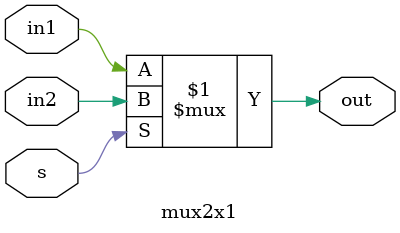
<source format=v>
 module mux2x1( input s, input in1, input in2, output out);
assign out = (s? in2 : in1);
endmodule

</source>
